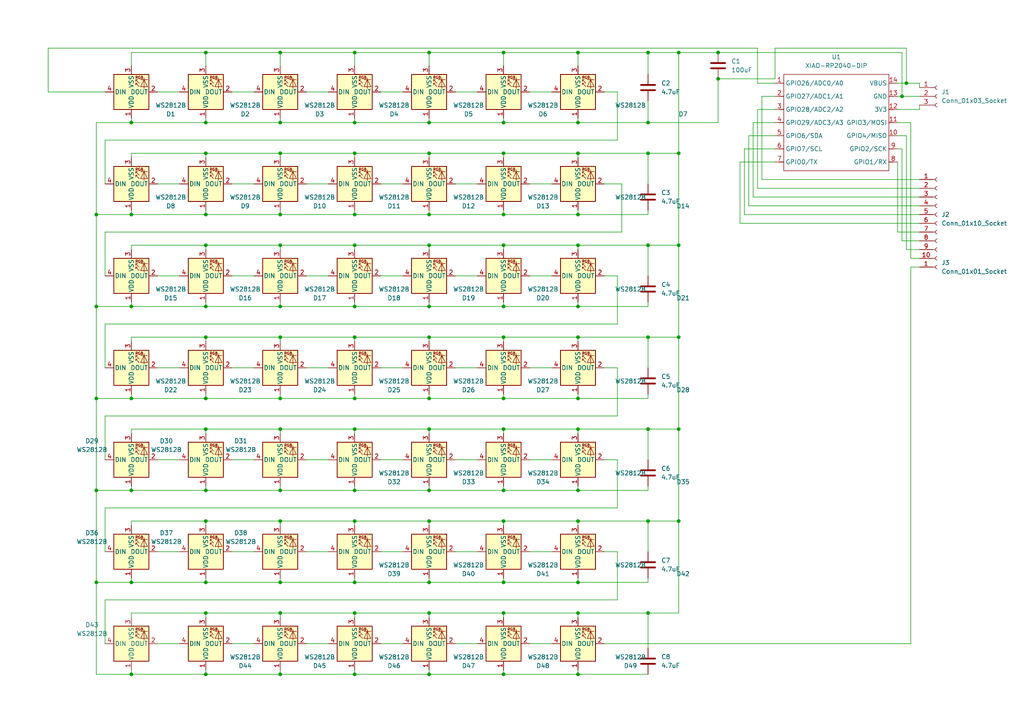
<source format=kicad_sch>
(kicad_sch (version 20250114) (generator "eeschema") (generator_version "9.0")
  (paper "A4")
  (lib_symbols
    (symbol "Connector:Conn_01x01_Socket" (pin_names (offset 1.016) (hide yes))
      (property "Reference" "J" (at 0 2.54 0))
      (property "Value" "Conn_01x01_Socket" (at 0 -2.54 0))
      (symbol "Conn_01x01_Socket_1_1"
        (pin passive line (at -5.08 0 0) (length 3.81) (name "Pin_1") (number "1"))
      )
    )
    (symbol "Connector:Conn_01x03_Socket" (pin_names (offset 1.016) (hide yes))
      (property "Reference" "J" (at 0 5.08 0))
      (property "Value" "Conn_01x03_Socket" (at 0 -5.08 0))
      (symbol "Conn_01x03_Socket_1_1"
        (pin passive line (at -5.08 2.54 0) (length 3.81) (name "Pin_1") (number "1"))
        (pin passive line (at -5.08 0 0) (length 3.81) (name "Pin_2") (number "2"))
        (pin passive line (at -5.08 -2.54 0) (length 3.81) (name "Pin_3") (number "3"))
      )
    )
    (symbol "Connector:Conn_01x10_Socket" (pin_names (offset 1.016) (hide yes))
      (property "Reference" "J" (at 0 12.7 0))
      (property "Value" "Conn_01x10_Socket" (at 0 -15.24 0))
      (symbol "Conn_01x10_Socket_1_1"
        (pin passive line (at -5.08 10.16 0) (length 3.81) (name "Pin_1") (number "1"))
        (pin passive line (at -5.08 7.62 0) (length 3.81) (name "Pin_2") (number "2"))
        (pin passive line (at -5.08 5.08 0) (length 3.81) (name "Pin_3") (number "3"))
        (pin passive line (at -5.08 2.54 0) (length 3.81) (name "Pin_4") (number "4"))
        (pin passive line (at -5.08 0 0) (length 3.81) (name "Pin_5") (number "5"))
        (pin passive line (at -5.08 -2.54 0) (length 3.81) (name "Pin_6") (number "6"))
        (pin passive line (at -5.08 -5.08 0) (length 3.81) (name "Pin_7") (number "7"))
        (pin passive line (at -5.08 -7.62 0) (length 3.81) (name "Pin_8") (number "8"))
        (pin passive line (at -5.08 -10.16 0) (length 3.81) (name "Pin_9") (number "9"))
        (pin passive line (at -5.08 -12.7 0) (length 3.81) (name "Pin_10") (number "10"))
      )
    )
    (symbol "Device:C" (pin_numbers (hide yes)) (pin_names (offset 0.254))
      (property "Reference" "C" (at 0.635 2.54 0))
      (property "Value" "C" (at 0.635 -2.54 0))
      (symbol "C_1_1"
        (pin passive line (at 0 3.81 270) (length 2.794) (name "~") (number "1"))
        (pin passive line (at 0 -3.81 90) (length 2.794) (name "~") (number "2"))
      )
    )
    (symbol "LED:WS2812B" (pin_names (offset 0.254))
      (property "Reference" "D" (at 5.08 5.715 0))
      (property "Value" "WS2812B" (at 1.27 -5.715 0))
      (symbol "WS2812B_0_0"
        (text "RGB" (at 2.286 -4.191 0) (effects (font (size 0.762 0.762))))
      )
      (symbol "WS2812B_1_1"
        (pin input line (at -7.62 0 0) (length 2.54) (name "DIN") (number "4"))
        (pin power_in line (at 0 7.62 270) (length 2.54) (name "VDD") (number "1"))
        (pin power_in line (at 0 -7.62 90) (length 2.54) (name "VSS") (number "3"))
        (pin output line (at 7.62 0 180) (length 2.54) (name "DOUT") (number "2"))
      )
    )
    (symbol "OPL:XIAO-RP2040-DIP"
      (property "Reference" "U" (at 0 0 0))
      (property "Value" "XIAO-RP2040-DIP" (at 5.334 -1.778 0))
      (symbol "XIAO-RP2040-DIP_1_0"
        (pin passive line (at -3.81 -5.08 0) (length 2.54) (name "GPIO26/ADC0/A0") (number "1"))
        (pin passive line (at -3.81 -8.89 0) (length 2.54) (name "GPIO27/ADC1/A1") (number "2"))
        (pin passive line (at -3.81 -12.7 0) (length 2.54) (name "GPIO28/ADC2/A2") (number "3"))
        (pin passive line (at -3.81 -16.51 0) (length 2.54) (name "GPIO29/ADC3/A3") (number "4"))
        (pin passive line (at -3.81 -20.32 0) (length 2.54) (name "GPIO6/SDA") (number "5"))
        (pin passive line (at -3.81 -24.13 0) (length 2.54) (name "GPIO7/SCL") (number "6"))
        (pin passive line (at -3.81 -27.94 0) (length 2.54) (name "GPIO0/TX") (number "7"))
        (pin passive line (at 31.75 -5.08 180) (length 2.54) (name "VBUS") (number "14"))
        (pin passive line (at 31.75 -8.89 180) (length 2.54) (name "GND") (number "13"))
        (pin passive line (at 31.75 -12.7 180) (length 2.54) (name "3V3") (number "12"))
        (pin passive line (at 31.75 -16.51 180) (length 2.54) (name "GPIO3/MOSI") (number "11"))
        (pin passive line (at 31.75 -20.32 180) (length 2.54) (name "GPIO4/MISO") (number "10"))
        (pin passive line (at 31.75 -24.13 180) (length 2.54) (name "GPIO2/SCK") (number "9"))
        (pin passive line (at 31.75 -27.94 180) (length 2.54) (name "GPIO1/RX") (number "8"))
      )
    )
  )
  (junction (at 81.28 62.23))
  (junction (at 38.1 62.23))
  (junction (at 59.69 124.46))
  (junction (at 81.28 97.79))
  (junction (at 102.87 168.91))
  (junction (at 146.05 71.12))
  (junction (at 124.46 151.13))
  (junction (at 167.64 44.45))
  (junction (at 102.87 15.24))
  (junction (at 59.69 151.13))
  (junction (at 167.64 71.12))
  (junction (at 81.28 44.45))
  (junction (at 59.69 177.8))
  (junction (at 124.46 15.24))
  (junction (at 167.64 88.9))
  (junction (at 59.69 142.24))
  (junction (at 81.28 168.91))
  (junction (at 102.87 71.12))
  (junction (at 59.69 97.79))
  (junction (at 38.1 35.56))
  (junction (at 38.1 142.24))
  (junction (at 187.96 35.56))
  (junction (at 124.46 195.58))
  (junction (at 208.28 15.24))
  (junction (at 59.69 44.45))
  (junction (at 187.96 71.12))
  (junction (at 102.87 177.8))
  (junction (at 196.85 71.12))
  (junction (at 167.64 97.79))
  (junction (at 27.94 62.23))
  (junction (at 59.69 15.24))
  (junction (at 81.28 15.24))
  (junction (at 81.28 195.58))
  (junction (at 167.64 142.24))
  (junction (at 167.64 177.8))
  (junction (at 208.28 22.86))
  (junction (at 124.46 62.23))
  (junction (at 146.05 124.46))
  (junction (at 59.69 115.57))
  (junction (at 167.64 195.58))
  (junction (at 146.05 177.8))
  (junction (at 124.46 71.12))
  (junction (at 81.28 35.56))
  (junction (at 102.87 142.24))
  (junction (at 146.05 142.24))
  (junction (at 167.64 35.56))
  (junction (at 167.64 124.46))
  (junction (at 124.46 168.91))
  (junction (at 102.87 195.58))
  (junction (at 81.28 88.9))
  (junction (at 187.96 124.46))
  (junction (at 59.69 88.9))
  (junction (at 59.69 195.58))
  (junction (at 81.28 142.24))
  (junction (at 81.28 124.46))
  (junction (at 146.05 115.57))
  (junction (at 146.05 97.79))
  (junction (at 59.69 35.56))
  (junction (at 102.87 124.46))
  (junction (at 102.87 97.79))
  (junction (at 81.28 177.8))
  (junction (at 38.1 88.9))
  (junction (at 146.05 151.13))
  (junction (at 81.28 115.57))
  (junction (at 124.46 115.57))
  (junction (at 146.05 44.45))
  (junction (at 187.96 15.24))
  (junction (at 167.64 62.23))
  (junction (at 124.46 124.46))
  (junction (at 124.46 88.9))
  (junction (at 146.05 168.91))
  (junction (at 59.69 62.23))
  (junction (at 27.94 168.91))
  (junction (at 167.64 15.24))
  (junction (at 102.87 44.45))
  (junction (at 81.28 71.12))
  (junction (at 102.87 88.9))
  (junction (at 146.05 62.23))
  (junction (at 27.94 88.9))
  (junction (at 146.05 15.24))
  (junction (at 102.87 115.57))
  (junction (at 167.64 151.13))
  (junction (at 102.87 35.56))
  (junction (at 167.64 115.57))
  (junction (at 102.87 151.13))
  (junction (at 102.87 62.23))
  (junction (at 196.85 124.46))
  (junction (at 38.1 168.91))
  (junction (at 124.46 142.24))
  (junction (at 196.85 151.13))
  (junction (at 124.46 97.79))
  (junction (at 59.69 168.91))
  (junction (at 187.96 97.79))
  (junction (at 27.94 142.24))
  (junction (at 196.85 15.24))
  (junction (at 59.69 71.12))
  (junction (at 146.05 35.56))
  (junction (at 262.89 24.13))
  (junction (at 81.28 151.13))
  (junction (at 38.1 195.58))
  (junction (at 196.85 44.45))
  (junction (at 187.96 151.13))
  (junction (at 38.1 115.57))
  (junction (at 27.94 115.57))
  (junction (at 187.96 177.8))
  (junction (at 124.46 177.8))
  (junction (at 196.85 97.79))
  (junction (at 187.96 44.45))
  (junction (at 146.05 195.58))
  (junction (at 261.62 27.94))
  (junction (at 124.46 35.56))
  (junction (at 167.64 168.91))
  (junction (at 146.05 88.9))
  (junction (at 124.46 44.45))
  (wire (pts (xy 124.46 88.9) (xy 102.87 88.9)))
  (wire (pts (xy 81.28 179.07) (xy 81.28 177.8)))
  (wire (pts (xy 124.46 45.72) (xy 124.46 44.45)))
  (wire (pts (xy 59.69 71.12) (xy 81.28 71.12)))
  (wire (pts (xy 146.05 177.8) (xy 146.05 179.07)))
  (wire (pts (xy 179.07 93.98) (xy 30.48 93.98)))
  (wire (pts (xy 81.28 140.97) (xy 81.28 142.24)))
  (wire (pts (xy 124.46 177.8) (xy 146.05 177.8)))
  (wire (pts (xy 13.97 13.97) (xy 13.97 26.67)))
  (wire (pts (xy 59.69 179.07) (xy 59.69 177.8)))
  (wire (pts (xy 196.85 44.45) (xy 196.85 15.24)))
  (wire (pts (xy 262.89 72.39) (xy 266.7 72.39)))
  (wire (pts (xy 196.85 97.79) (xy 196.85 71.12)))
  (wire (pts (xy 59.69 15.24) (xy 38.1 15.24)))
  (wire (pts (xy 264.16 186.69) (xy 264.16 77.47)))
  (wire (pts (xy 167.64 151.13) (xy 187.96 151.13)))
  (wire (pts (xy 167.64 124.46) (xy 187.96 124.46)))
  (wire (pts (xy 38.1 45.72) (xy 38.1 44.45)))
  (wire (pts (xy 146.05 34.29) (xy 146.05 35.56)))
  (wire (pts (xy 59.69 194.31) (xy 59.69 195.58)))
  (wire (pts (xy 30.48 173.99) (xy 30.48 186.69)))
  (wire (pts (xy 45.72 80.01) (xy 52.07 80.01)))
  (wire (pts (xy 179.07 26.67) (xy 175.26 26.67)))
  (wire (pts (xy 215.9 62.23) (xy 266.7 62.23)))
  (wire (pts (xy 167.64 195.58) (xy 187.96 195.58)))
  (wire (pts (xy 124.46 44.45) (xy 146.05 44.45)))
  (wire (pts (xy 38.1 115.57) (xy 27.94 115.57)))
  (wire (pts (xy 262.89 24.13) (xy 266.7 24.13)))
  (wire (pts (xy 38.1 99.06) (xy 38.1 97.79)))
  (wire (pts (xy 102.87 140.97) (xy 102.87 142.24)))
  (wire (pts (xy 124.46 15.24) (xy 102.87 15.24)))
  (wire (pts (xy 38.1 142.24) (xy 27.94 142.24)))
  (wire (pts (xy 124.46 194.31) (xy 124.46 195.58)))
  (wire (pts (xy 102.87 195.58) (xy 81.28 195.58)))
  (wire (pts (xy 102.87 45.72) (xy 102.87 44.45)))
  (wire (pts (xy 260.35 35.56) (xy 264.16 35.56)))
  (wire (pts (xy 81.28 152.4) (xy 81.28 151.13)))
  (wire (pts (xy 124.46 151.13) (xy 146.05 151.13)))
  (wire (pts (xy 102.87 152.4) (xy 102.87 151.13)))
  (wire (pts (xy 187.96 44.45) (xy 187.96 53.34)))
  (wire (pts (xy 167.64 44.45) (xy 187.96 44.45)))
  (wire (pts (xy 146.05 115.57) (xy 124.46 115.57)))
  (wire (pts (xy 38.1 62.23) (xy 59.69 62.23)))
  (wire (pts (xy 260.35 31.75) (xy 266.7 31.75)))
  (wire (pts (xy 179.07 80.01) (xy 175.26 80.01)))
  (wire (pts (xy 260.35 27.94) (xy 261.62 27.94)))
  (wire (pts (xy 67.31 26.67) (xy 73.66 26.67)))
  (wire (pts (xy 102.87 124.46) (xy 124.46 124.46)))
  (wire (pts (xy 146.05 60.96) (xy 146.05 62.23)))
  (wire (pts (xy 102.87 97.79) (xy 124.46 97.79)))
  (wire (pts (xy 167.64 87.63) (xy 167.64 88.9)))
  (wire (pts (xy 67.31 80.01) (xy 73.66 80.01)))
  (wire (pts (xy 146.05 71.12) (xy 167.64 71.12)))
  (wire (pts (xy 208.28 15.24) (xy 196.85 15.24)))
  (wire (pts (xy 102.87 15.24) (xy 102.87 19.05)))
  (wire (pts (xy 208.28 22.86) (xy 224.79 22.86)))
  (wire (pts (xy 30.48 93.98) (xy 30.48 106.68)))
  (wire (pts (xy 81.28 151.13) (xy 102.87 151.13)))
  (wire (pts (xy 45.72 53.34) (xy 52.07 53.34)))
  (wire (pts (xy 59.69 44.45) (xy 81.28 44.45)))
  (wire (pts (xy 67.31 160.02) (xy 73.66 160.02)))
  (wire (pts (xy 102.87 88.9) (xy 81.28 88.9)))
  (wire (pts (xy 102.87 99.06) (xy 102.87 97.79)))
  (wire (pts (xy 261.62 69.85) (xy 266.7 69.85)))
  (wire (pts (xy 124.46 99.06) (xy 124.46 97.79)))
  (wire (pts (xy 102.87 179.07) (xy 102.87 177.8)))
  (wire (pts (xy 102.87 62.23) (xy 124.46 62.23)))
  (wire (pts (xy 260.35 46.99) (xy 260.35 67.31)))
  (wire (pts (xy 124.46 167.64) (xy 124.46 168.91)))
  (wire (pts (xy 13.97 26.67) (xy 30.48 26.67)))
  (wire (pts (xy 59.69 62.23) (xy 81.28 62.23)))
  (wire (pts (xy 153.67 160.02) (xy 160.02 160.02)))
  (wire (pts (xy 187.96 29.21) (xy 187.96 35.56)))
  (wire (pts (xy 38.1 62.23) (xy 27.94 62.23)))
  (wire (pts (xy 38.1 179.07) (xy 38.1 177.8)))
  (wire (pts (xy 81.28 99.06) (xy 81.28 97.79)))
  (wire (pts (xy 179.07 80.01) (xy 179.07 93.98)))
  (wire (pts (xy 67.31 106.68) (xy 73.66 106.68)))
  (wire (pts (xy 81.28 194.31) (xy 81.28 195.58)))
  (wire (pts (xy 260.35 24.13) (xy 262.89 24.13)))
  (wire (pts (xy 38.1 15.24) (xy 38.1 19.05)))
  (wire (pts (xy 167.64 35.56) (xy 187.96 35.56)))
  (wire (pts (xy 124.46 168.91) (xy 102.87 168.91)))
  (wire (pts (xy 132.08 160.02) (xy 138.43 160.02)))
  (wire (pts (xy 266.7 24.13) (xy 266.7 25.4)))
  (wire (pts (xy 224.79 39.37) (xy 217.17 39.37)))
  (wire (pts (xy 262.89 13.97) (xy 262.89 24.13)))
  (wire (pts (xy 38.1 115.57) (xy 38.1 114.3)))
  (wire (pts (xy 224.79 35.56) (xy 218.44 35.56)))
  (wire (pts (xy 196.85 124.46) (xy 196.85 97.79)))
  (wire (pts (xy 38.1 124.46) (xy 59.69 124.46)))
  (wire (pts (xy 260.35 67.31) (xy 266.7 67.31)))
  (wire (pts (xy 261.62 43.18) (xy 261.62 69.85)))
  (wire (pts (xy 102.87 151.13) (xy 124.46 151.13)))
  (wire (pts (xy 132.08 186.69) (xy 138.43 186.69)))
  (wire (pts (xy 153.67 133.35) (xy 160.02 133.35)))
  (wire (pts (xy 187.96 167.64) (xy 187.96 168.91)))
  (wire (pts (xy 175.26 160.02) (xy 179.07 160.02)))
  (wire (pts (xy 27.94 35.56) (xy 38.1 35.56)))
  (wire (pts (xy 146.05 124.46) (xy 167.64 124.46)))
  (wire (pts (xy 146.05 151.13) (xy 167.64 151.13)))
  (wire (pts (xy 217.17 59.69) (xy 266.7 59.69)))
  (wire (pts (xy 153.67 26.67) (xy 160.02 26.67)))
  (wire (pts (xy 124.46 71.12) (xy 146.05 71.12)))
  (wire (pts (xy 27.94 35.56) (xy 27.94 62.23)))
  (wire (pts (xy 102.87 15.24) (xy 81.28 15.24)))
  (wire (pts (xy 38.1 71.12) (xy 59.69 71.12)))
  (wire (pts (xy 219.71 13.97) (xy 13.97 13.97)))
  (wire (pts (xy 102.87 72.39) (xy 102.87 71.12)))
  (wire (pts (xy 146.05 167.64) (xy 146.05 168.91)))
  (wire (pts (xy 124.46 97.79) (xy 146.05 97.79)))
  (wire (pts (xy 167.64 15.24) (xy 187.96 15.24)))
  (wire (pts (xy 224.79 46.99) (xy 214.63 46.99)))
  (wire (pts (xy 167.64 97.79) (xy 187.96 97.79)))
  (wire (pts (xy 38.1 44.45) (xy 59.69 44.45)))
  (wire (pts (xy 102.87 125.73) (xy 102.87 124.46)))
  (wire (pts (xy 224.79 31.75) (xy 219.71 31.75)))
  (wire (pts (xy 59.69 35.56) (xy 81.28 35.56)))
  (wire (pts (xy 167.64 115.57) (xy 146.05 115.57)))
  (wire (pts (xy 179.07 106.68) (xy 175.26 106.68)))
  (wire (pts (xy 38.1 142.24) (xy 59.69 142.24)))
  (wire (pts (xy 132.08 53.34) (xy 138.43 53.34)))
  (wire (pts (xy 27.94 88.9) (xy 27.94 115.57)))
  (wire (pts (xy 88.9 80.01) (xy 95.25 80.01)))
  (wire (pts (xy 187.96 115.57) (xy 167.64 115.57)))
  (wire (pts (xy 224.79 22.86) (xy 224.79 13.97)))
  (wire (pts (xy 187.96 62.23) (xy 167.64 62.23)))
  (wire (pts (xy 81.28 72.39) (xy 81.28 71.12)))
  (wire (pts (xy 146.05 151.13) (xy 146.05 152.4)))
  (wire (pts (xy 167.64 168.91) (xy 146.05 168.91)))
  (wire (pts (xy 187.96 87.63) (xy 187.96 88.9)))
  (wire (pts (xy 81.28 97.79) (xy 102.87 97.79)))
  (wire (pts (xy 38.1 72.39) (xy 38.1 71.12)))
  (wire (pts (xy 132.08 26.67) (xy 138.43 26.67)))
  (wire (pts (xy 261.62 27.94) (xy 266.7 27.94)))
  (wire (pts (xy 187.96 44.45) (xy 196.85 44.45)))
  (wire (pts (xy 187.96 177.8) (xy 187.96 187.96)))
  (wire (pts (xy 102.87 34.29) (xy 102.87 35.56)))
  (wire (pts (xy 187.96 15.24) (xy 196.85 15.24)))
  (wire (pts (xy 124.46 60.96) (xy 124.46 62.23)))
  (wire (pts (xy 187.96 124.46) (xy 187.96 133.35)))
  (wire (pts (xy 146.05 125.73) (xy 146.05 124.46)))
  (wire (pts (xy 45.72 133.35) (xy 52.07 133.35)))
  (wire (pts (xy 81.28 34.29) (xy 81.28 35.56)))
  (wire (pts (xy 262.89 39.37) (xy 262.89 72.39)))
  (wire (pts (xy 260.35 43.18) (xy 261.62 43.18)))
  (wire (pts (xy 38.1 34.29) (xy 38.1 35.56)))
  (wire (pts (xy 124.46 179.07) (xy 124.46 177.8)))
  (wire (pts (xy 110.49 80.01) (xy 116.84 80.01)))
  (wire (pts (xy 179.07 26.67) (xy 179.07 40.64)))
  (wire (pts (xy 132.08 133.35) (xy 138.43 133.35)))
  (wire (pts (xy 38.1 62.23) (xy 38.1 60.96)))
  (wire (pts (xy 124.46 35.56) (xy 146.05 35.56)))
  (wire (pts (xy 146.05 97.79) (xy 167.64 97.79)))
  (wire (pts (xy 102.87 168.91) (xy 81.28 168.91)))
  (wire (pts (xy 59.69 124.46) (xy 81.28 124.46)))
  (wire (pts (xy 124.46 115.57) (xy 102.87 115.57)))
  (wire (pts (xy 102.87 167.64) (xy 102.87 168.91)))
  (wire (pts (xy 220.98 27.94) (xy 220.98 52.07)))
  (wire (pts (xy 38.1 195.58) (xy 38.1 194.31)))
  (wire (pts (xy 38.1 97.79) (xy 59.69 97.79)))
  (wire (pts (xy 224.79 27.94) (xy 220.98 27.94)))
  (wire (pts (xy 81.28 125.73) (xy 81.28 124.46)))
  (wire (pts (xy 146.05 72.39) (xy 146.05 71.12)))
  (wire (pts (xy 146.05 87.63) (xy 146.05 88.9)))
  (wire (pts (xy 124.46 114.3) (xy 124.46 115.57)))
  (wire (pts (xy 38.1 195.58) (xy 27.94 195.58)))
  (wire (pts (xy 179.07 160.02) (xy 179.07 173.99)))
  (wire (pts (xy 30.48 147.32) (xy 30.48 160.02)))
  (wire (pts (xy 187.96 15.24) (xy 187.96 21.59)))
  (wire (pts (xy 27.94 62.23) (xy 27.94 88.9)))
  (wire (pts (xy 67.31 133.35) (xy 73.66 133.35)))
  (wire (pts (xy 81.28 71.12) (xy 102.87 71.12)))
  (wire (pts (xy 180.34 53.34) (xy 175.26 53.34)))
  (wire (pts (xy 167.64 72.39) (xy 167.64 71.12)))
  (wire (pts (xy 59.69 151.13) (xy 81.28 151.13)))
  (wire (pts (xy 30.48 67.31) (xy 180.34 67.31)))
  (wire (pts (xy 124.46 152.4) (xy 124.46 151.13)))
  (wire (pts (xy 208.28 15.24) (xy 261.62 15.24)))
  (wire (pts (xy 146.05 168.91) (xy 124.46 168.91)))
  (wire (pts (xy 124.46 195.58) (xy 102.87 195.58)))
  (wire (pts (xy 102.87 142.24) (xy 81.28 142.24)))
  (wire (pts (xy 59.69 60.96) (xy 59.69 62.23)))
  (wire (pts (xy 59.69 45.72) (xy 59.69 44.45)))
  (wire (pts (xy 38.1 125.73) (xy 38.1 124.46)))
  (wire (pts (xy 81.28 35.56) (xy 102.87 35.56)))
  (wire (pts (xy 59.69 195.58) (xy 38.1 195.58)))
  (wire (pts (xy 59.69 177.8) (xy 81.28 177.8)))
  (wire (pts (xy 167.64 167.64) (xy 167.64 168.91)))
  (wire (pts (xy 38.1 152.4) (xy 38.1 151.13)))
  (wire (pts (xy 81.28 168.91) (xy 59.69 168.91)))
  (wire (pts (xy 110.49 26.67) (xy 116.84 26.67)))
  (wire (pts (xy 196.85 71.12) (xy 196.85 44.45)))
  (wire (pts (xy 167.64 45.72) (xy 167.64 44.45)))
  (wire (pts (xy 146.05 114.3) (xy 146.05 115.57)))
  (wire (pts (xy 124.46 72.39) (xy 124.46 71.12)))
  (wire (pts (xy 217.17 39.37) (xy 217.17 59.69)))
  (wire (pts (xy 110.49 186.69) (xy 116.84 186.69)))
  (wire (pts (xy 167.64 114.3) (xy 167.64 115.57)))
  (wire (pts (xy 187.96 124.46) (xy 196.85 124.46)))
  (wire (pts (xy 59.69 167.64) (xy 59.69 168.91)))
  (wire (pts (xy 146.05 15.24) (xy 124.46 15.24)))
  (wire (pts (xy 59.69 125.73) (xy 59.69 124.46)))
  (wire (pts (xy 220.98 52.07) (xy 266.7 52.07)))
  (wire (pts (xy 27.94 168.91) (xy 27.94 142.24)))
  (wire (pts (xy 38.1 88.9) (xy 38.1 87.63)))
  (wire (pts (xy 30.48 120.65) (xy 30.48 133.35)))
  (wire (pts (xy 81.28 88.9) (xy 59.69 88.9)))
  (wire (pts (xy 196.85 151.13) (xy 196.85 177.8)))
  (wire (pts (xy 215.9 43.18) (xy 215.9 62.23)))
  (wire (pts (xy 67.31 53.34) (xy 73.66 53.34)))
  (wire (pts (xy 81.28 44.45) (xy 102.87 44.45)))
  (wire (pts (xy 81.28 114.3) (xy 81.28 115.57)))
  (wire (pts (xy 124.46 87.63) (xy 124.46 88.9)))
  (wire (pts (xy 102.87 87.63) (xy 102.87 88.9)))
  (wire (pts (xy 219.71 54.61) (xy 266.7 54.61)))
  (wire (pts (xy 187.96 151.13) (xy 196.85 151.13)))
  (wire (pts (xy 110.49 133.35) (xy 116.84 133.35)))
  (wire (pts (xy 38.1 35.56) (xy 59.69 35.56)))
  (wire (pts (xy 59.69 19.05) (xy 59.69 15.24)))
  (wire (pts (xy 224.79 13.97) (xy 262.89 13.97)))
  (wire (pts (xy 146.05 62.23) (xy 124.46 62.23)))
  (wire (pts (xy 59.69 115.57) (xy 81.28 115.57)))
  (wire (pts (xy 167.64 179.07) (xy 167.64 177.8)))
  (wire (pts (xy 38.1 168.91) (xy 38.1 167.64)))
  (wire (pts (xy 153.67 186.69) (xy 160.02 186.69)))
  (wire (pts (xy 110.49 53.34) (xy 116.84 53.34)))
  (wire (pts (xy 167.64 35.56) (xy 167.64 34.29)))
  (wire (pts (xy 45.72 106.68) (xy 52.07 106.68)))
  (wire (pts (xy 146.05 99.06) (xy 146.05 97.79)))
  (wire (pts (xy 187.96 140.97) (xy 187.96 142.24)))
  (wire (pts (xy 167.64 140.97) (xy 167.64 142.24)))
  (wire (pts (xy 153.67 80.01) (xy 160.02 80.01)))
  (wire (pts (xy 102.87 194.31) (xy 102.87 195.58)))
  (wire (pts (xy 167.64 60.96) (xy 167.64 62.23)))
  (wire (pts (xy 146.05 45.72) (xy 146.05 44.45)))
  (wire (pts (xy 187.96 177.8) (xy 196.85 177.8)))
  (wire (pts (xy 30.48 40.64) (xy 30.48 53.34)))
  (wire (pts (xy 102.87 114.3) (xy 102.87 115.57)))
  (wire (pts (xy 187.96 151.13) (xy 187.96 160.02)))
  (wire (pts (xy 146.05 142.24) (xy 124.46 142.24)))
  (wire (pts (xy 38.1 142.24) (xy 38.1 140.97)))
  (wire (pts (xy 179.07 133.35) (xy 179.07 147.32)))
  (wire (pts (xy 59.69 88.9) (xy 38.1 88.9)))
  (wire (pts (xy 167.64 88.9) (xy 187.96 88.9)))
  (wire (pts (xy 30.48 40.64) (xy 179.07 40.64)))
  (wire (pts (xy 81.28 195.58) (xy 59.69 195.58)))
  (wire (pts (xy 175.26 186.69) (xy 264.16 186.69)))
  (wire (pts (xy 179.07 147.32) (xy 30.48 147.32)))
  (wire (pts (xy 81.28 167.64) (xy 81.28 168.91)))
  (wire (pts (xy 59.69 34.29) (xy 59.69 35.56)))
  (wire (pts (xy 102.87 71.12) (xy 124.46 71.12)))
  (wire (pts (xy 187.96 142.24) (xy 167.64 142.24)))
  (wire (pts (xy 124.46 124.46) (xy 146.05 124.46)))
  (wire (pts (xy 167.64 99.06) (xy 167.64 97.79)))
  (wire (pts (xy 153.67 106.68) (xy 160.02 106.68)))
  (wire (pts (xy 102.87 62.23) (xy 102.87 60.96)))
  (wire (pts (xy 81.28 62.23) (xy 102.87 62.23)))
  (wire (pts (xy 146.05 177.8) (xy 167.64 177.8)))
  (wire (pts (xy 59.69 142.24) (xy 81.28 142.24)))
  (wire (pts (xy 38.1 115.57) (xy 59.69 115.57)))
  (wire (pts (xy 81.28 45.72) (xy 81.28 44.45)))
  (wire (pts (xy 102.87 177.8) (xy 124.46 177.8)))
  (wire (pts (xy 88.9 106.68) (xy 95.25 106.68)))
  (wire (pts (xy 132.08 106.68) (xy 138.43 106.68)))
  (wire (pts (xy 81.28 19.05) (xy 81.28 15.24)))
  (wire (pts (xy 266.7 31.75) (xy 266.7 30.48)))
  (wire (pts (xy 124.46 125.73) (xy 124.46 124.46)))
  (wire (pts (xy 187.96 71.12) (xy 196.85 71.12)))
  (wire (pts (xy 187.96 114.3) (xy 187.96 115.57)))
  (wire (pts (xy 146.05 88.9) (xy 124.46 88.9)))
  (wire (pts (xy 81.28 87.63) (xy 81.28 88.9)))
  (wire (pts (xy 110.49 106.68) (xy 116.84 106.68)))
  (wire (pts (xy 180.34 53.34) (xy 180.34 67.31)))
  (wire (pts (xy 264.16 74.93) (xy 266.7 74.93)))
  (wire (pts (xy 167.64 71.12) (xy 187.96 71.12)))
  (wire (pts (xy 45.72 26.67) (xy 52.07 26.67)))
  (wire (pts (xy 124.46 142.24) (xy 102.87 142.24)))
  (wire (pts (xy 187.96 71.12) (xy 187.96 80.01)))
  (wire (pts (xy 102.87 115.57) (xy 81.28 115.57)))
  (wire (pts (xy 102.87 35.56) (xy 124.46 35.56)))
  (wire (pts (xy 27.94 168.91) (xy 27.94 195.58)))
  (wire (pts (xy 124.46 140.97) (xy 124.46 142.24)))
  (wire (pts (xy 167.64 125.73) (xy 167.64 124.46)))
  (wire (pts (xy 167.64 195.58) (xy 146.05 195.58)))
  (wire (pts (xy 179.07 120.65) (xy 30.48 120.65)))
  (wire (pts (xy 214.63 46.99) (xy 214.63 64.77)))
  (wire (pts (xy 187.96 97.79) (xy 187.96 106.68)))
  (wire (pts (xy 224.79 43.18) (xy 215.9 43.18)))
  (wire (pts (xy 196.85 151.13) (xy 196.85 124.46)))
  (wire (pts (xy 260.35 39.37) (xy 262.89 39.37)))
  (wire (pts (xy 179.07 106.68) (xy 179.07 120.65)))
  (wire (pts (xy 102.87 44.45) (xy 124.46 44.45)))
  (wire (pts (xy 167.64 177.8) (xy 187.96 177.8)))
  (wire (pts (xy 146.05 140.97) (xy 146.05 142.24)))
  (wire (pts (xy 208.28 22.86) (xy 208.28 35.56)))
  (wire (pts (xy 124.46 34.29) (xy 124.46 35.56)))
  (wire (pts (xy 132.08 80.01) (xy 138.43 80.01)))
  (wire (pts (xy 187.96 35.56) (xy 208.28 35.56)))
  (wire (pts (xy 59.69 140.97) (xy 59.69 142.24)))
  (wire (pts (xy 59.69 168.91) (xy 38.1 168.91)))
  (wire (pts (xy 187.96 168.91) (xy 167.64 168.91)))
  (wire (pts (xy 167.64 62.23) (xy 146.05 62.23)))
  (wire (pts (xy 88.9 186.69) (xy 95.25 186.69)))
  (wire (pts (xy 187.96 97.79) (xy 196.85 97.79)))
  (wire (pts (xy 218.44 57.15) (xy 266.7 57.15)))
  (wire (pts (xy 81.28 177.8) (xy 102.87 177.8)))
  (wire (pts (xy 224.79 24.13) (xy 219.71 24.13)))
  (wire (pts (xy 81.28 15.24) (xy 59.69 15.24)))
  (wire (pts (xy 88.9 160.02) (xy 95.25 160.02)))
  (wire (pts (xy 146.05 194.31) (xy 146.05 195.58)))
  (wire (pts (xy 179.07 133.35) (xy 175.26 133.35)))
  (wire (pts (xy 88.9 53.34) (xy 95.25 53.34)))
  (wire (pts (xy 264.16 35.56) (xy 264.16 74.93)))
  (wire (pts (xy 38.1 88.9) (xy 27.94 88.9)))
  (wire (pts (xy 59.69 152.4) (xy 59.69 151.13)))
  (wire (pts (xy 59.69 72.39) (xy 59.69 71.12)))
  (wire (pts (xy 146.05 195.58) (xy 124.46 195.58)))
  (wire (pts (xy 167.64 15.24) (xy 167.64 19.05)))
  (wire (pts (xy 261.62 15.24) (xy 261.62 27.94)))
  (wire (pts (xy 264.16 77.47) (xy 266.7 77.47)))
  (wire (pts (xy 88.9 133.35) (xy 95.25 133.35)))
  (wire (pts (xy 88.9 26.67) (xy 95.25 26.67)))
  (wire (pts (xy 81.28 124.46) (xy 102.87 124.46)))
  (wire (pts (xy 167.64 15.24) (xy 146.05 15.24)))
  (wire (pts (xy 45.72 186.69) (xy 52.07 186.69)))
  (wire (pts (xy 38.1 168.91) (xy 27.94 168.91)))
  (wire (pts (xy 187.96 60.96) (xy 187.96 62.23)))
  (wire (pts (xy 146.05 88.9) (xy 167.64 88.9)))
  (wire (pts (xy 153.67 53.34) (xy 160.02 53.34)))
  (wire (pts (xy 146.05 44.45) (xy 167.64 44.45)))
  (wire (pts (xy 110.49 160.02) (xy 116.84 160.02)))
  (wire (pts (xy 27.94 142.24) (xy 27.94 115.57)))
  (wire (pts (xy 59.69 87.63) (xy 59.69 88.9)))
  (wire (pts (xy 81.28 60.96) (xy 81.28 62.23)))
  (wire (pts (xy 214.63 64.77) (xy 266.7 64.77)))
  (wire (pts (xy 38.1 177.8) (xy 59.69 177.8)))
  (wire (pts (xy 45.72 160.02) (xy 52.07 160.02)))
  (wire (pts (xy 167.64 152.4) (xy 167.64 151.13)))
  (wire (pts (xy 179.07 173.99) (xy 30.48 173.99)))
  (wire (pts (xy 219.71 31.75) (xy 219.71 54.61)))
  (wire (pts (xy 124.46 15.24) (xy 124.46 19.05)))
  (wire (pts (xy 219.71 24.13) (xy 219.71 13.97)))
  (wire (pts (xy 38.1 151.13) (xy 59.69 151.13)))
  (wire (pts (xy 59.69 99.06) (xy 59.69 97.79)))
  (wire (pts (xy 67.31 186.69) (xy 73.66 186.69)))
  (wire (pts (xy 218.44 35.56) (xy 218.44 57.15)))
  (wire (pts (xy 167.64 142.24) (xy 146.05 142.24)))
  (wire (pts (xy 146.05 35.56) (xy 167.64 35.56)))
  (wire (pts (xy 146.05 15.24) (xy 146.05 19.05)))
  (wire (pts (xy 167.64 194.31) (xy 167.64 195.58)))
  (wire (pts (xy 59.69 114.3) (xy 59.69 115.57)))
  (wire (pts (xy 30.48 67.31) (xy 30.48 80.01)))
  (wire (pts (xy 59.69 97.79) (xy 81.28 97.79)))
  (symbol (lib_id "LED:WS2812B") (at 167.64 26.67 0) (mirror x) (unit 1)
    (property "Reference" "D7" (at 198.12 33.0902 0))
    (property "Value" "WS2812B" (at 182.88 30.5502 0))
    (property "Footprint" "LED_SMD:LED_WS2812B_PLCC4_5.0x5.0mm_P3.2mm" (effects (hide yes)))
    (property "Datasheet" "https://cdn-shop.adafruit.com/datasheets/WS2812B.pdf" (effects (hide yes)))
    (property "Description" "RGB LED with integrated controller" (effects (hide yes)))
  )
  (symbol (lib_id "LED:WS2812B") (at 81.28 186.69 0) (mirror x) (unit 1)
    (property "Reference" "D45" (at 92.71 193.1102 0))
    (property "Value" "WS2812B" (at 92.71 190.5702 0))
    (property "Footprint" "LED_SMD:LED_WS2812B_PLCC4_5.0x5.0mm_P3.2mm" (effects (hide yes)))
    (property "Datasheet" "https://cdn-shop.adafruit.com/datasheets/WS2812B.pdf" (effects (hide yes)))
    (property "Description" "RGB LED with integrated controller" (effects (hide yes)))
  )
  (symbol (lib_id "LED:WS2812B") (at 81.28 106.68 0) (mirror x) (unit 1)
    (property "Reference" "D24" (at 92.71 113.1002 0))
    (property "Value" "WS2812B" (at 92.71 110.5602 0))
    (property "Footprint" "LED_SMD:LED_WS2812B_PLCC4_5.0x5.0mm_P3.2mm" (effects (hide yes)))
    (property "Datasheet" "https://cdn-shop.adafruit.com/datasheets/WS2812B.pdf" (effects (hide yes)))
    (property "Description" "RGB LED with integrated controller" (effects (hide yes)))
  )
  (symbol (lib_id "LED:WS2812B") (at 59.69 53.34 0) (mirror x) (unit 1)
    (property "Reference" "D9" (at 71.12 59.7602 0))
    (property "Value" "WS2812B" (at 71.12 57.2202 0))
    (property "Footprint" "LED_SMD:LED_WS2812B_PLCC4_5.0x5.0mm_P3.2mm" (effects (hide yes)))
    (property "Datasheet" "https://cdn-shop.adafruit.com/datasheets/WS2812B.pdf" (effects (hide yes)))
    (property "Description" "RGB LED with integrated controller" (effects (hide yes)))
  )
  (symbol (lib_id "LED:WS2812B") (at 124.46 80.01 0) (mirror x) (unit 1)
    (property "Reference" "D19" (at 135.89 86.4302 0))
    (property "Value" "WS2812B" (at 135.89 83.8902 0))
    (property "Footprint" "LED_SMD:LED_WS2812B_PLCC4_5.0x5.0mm_P3.2mm" (effects (hide yes)))
    (property "Datasheet" "https://cdn-shop.adafruit.com/datasheets/WS2812B.pdf" (effects (hide yes)))
    (property "Description" "RGB LED with integrated controller" (effects (hide yes)))
  )
  (symbol (lib_id "LED:WS2812B") (at 124.46 133.35 0) (mirror x) (unit 1)
    (property "Reference" "D33" (at 135.89 139.7702 0))
    (property "Value" "WS2812B" (at 135.89 137.2302 0))
    (property "Footprint" "LED_SMD:LED_WS2812B_PLCC4_5.0x5.0mm_P3.2mm" (effects (hide yes)))
    (property "Datasheet" "https://cdn-shop.adafruit.com/datasheets/WS2812B.pdf" (effects (hide yes)))
    (property "Description" "RGB LED with integrated controller" (effects (hide yes)))
  )
  (symbol (lib_id "LED:WS2812B") (at 102.87 133.35 0) (mirror x) (unit 1)
    (property "Reference" "D32" (at 114.3 139.7702 0))
    (property "Value" "WS2812B" (at 114.3 137.2302 0))
    (property "Footprint" "LED_SMD:LED_WS2812B_PLCC4_5.0x5.0mm_P3.2mm" (effects (hide yes)))
    (property "Datasheet" "https://cdn-shop.adafruit.com/datasheets/WS2812B.pdf" (effects (hide yes)))
    (property "Description" "RGB LED with integrated controller" (effects (hide yes)))
  )
  (symbol (lib_id "LED:WS2812B") (at 124.46 53.34 0) (mirror x) (unit 1)
    (property "Reference" "D12" (at 135.89 59.7602 0))
    (property "Value" "WS2812B" (at 135.89 57.2202 0))
    (property "Footprint" "LED_SMD:LED_WS2812B_PLCC4_5.0x5.0mm_P3.2mm" (effects (hide yes)))
    (property "Datasheet" "https://cdn-shop.adafruit.com/datasheets/WS2812B.pdf" (effects (hide yes)))
    (property "Description" "RGB LED with integrated controller" (effects (hide yes)))
  )
  (symbol (lib_id "LED:WS2812B") (at 38.1 133.35 0) (mirror x) (unit 1)
    (property "Reference" "D29" (at 26.67 127.9046 0))
    (property "Value" "WS2812B" (at 26.67 130.4446 0))
    (property "Footprint" "LED_SMD:LED_WS2812B_PLCC4_5.0x5.0mm_P3.2mm" (effects (hide yes)))
    (property "Datasheet" "https://cdn-shop.adafruit.com/datasheets/WS2812B.pdf" (effects (hide yes)))
    (property "Description" "RGB LED with integrated controller" (effects (hide yes)))
  )
  (symbol (lib_id "LED:WS2812B") (at 81.28 26.67 0) (mirror x) (unit 1)
    (property "Reference" "D3" (at 92.71 33.0902 0))
    (property "Value" "WS2812B" (at 92.71 30.5502 0))
    (property "Footprint" "LED_SMD:LED_WS2812B_PLCC4_5.0x5.0mm_P3.2mm" (effects (hide yes)))
    (property "Datasheet" "https://cdn-shop.adafruit.com/datasheets/WS2812B.pdf" (effects (hide yes)))
    (property "Description" "RGB LED with integrated controller" (effects (hide yes)))
  )
  (symbol (lib_id "LED:WS2812B") (at 167.64 106.68 0) (mirror x) (unit 1)
    (property "Reference" "D28" (at 198.12 113.1002 0))
    (property "Value" "WS2812B" (at 182.88 110.5602 0))
    (property "Footprint" "LED_SMD:LED_WS2812B_PLCC4_5.0x5.0mm_P3.2mm" (effects (hide yes)))
    (property "Datasheet" "https://cdn-shop.adafruit.com/datasheets/WS2812B.pdf" (effects (hide yes)))
    (property "Description" "RGB LED with integrated controller" (effects (hide yes)))
  )
  (symbol (lib_id "LED:WS2812B") (at 38.1 160.02 0) (mirror x) (unit 1)
    (property "Reference" "D36" (at 26.67 154.5746 0))
    (property "Value" "WS2812B" (at 26.67 157.1146 0))
    (property "Footprint" "LED_SMD:LED_WS2812B_PLCC4_5.0x5.0mm_P3.2mm" (effects (hide yes)))
    (property "Datasheet" "https://cdn-shop.adafruit.com/datasheets/WS2812B.pdf" (effects (hide yes)))
    (property "Description" "RGB LED with integrated controller" (effects (hide yes)))
  )
  (symbol (lib_id "LED:WS2812B") (at 167.64 186.69 0) (mirror x) (unit 1)
    (property "Reference" "D49" (at 182.88 193.1102 0))
    (property "Value" "WS2812B" (at 182.88 190.5702 0))
    (property "Footprint" "LED_SMD:LED_WS2812B_PLCC4_5.0x5.0mm_P3.2mm" (effects (hide yes)))
    (property "Datasheet" "https://cdn-shop.adafruit.com/datasheets/WS2812B.pdf" (effects (hide yes)))
    (property "Description" "RGB LED with integrated controller" (effects (hide yes)))
  )
  (symbol (lib_id "LED:WS2812B") (at 102.87 106.68 0) (mirror x) (unit 1)
    (property "Reference" "D25" (at 114.3 113.1002 0))
    (property "Value" "WS2812B" (at 114.3 110.5602 0))
    (property "Footprint" "LED_SMD:LED_WS2812B_PLCC4_5.0x5.0mm_P3.2mm" (effects (hide yes)))
    (property "Datasheet" "https://cdn-shop.adafruit.com/datasheets/WS2812B.pdf" (effects (hide yes)))
    (property "Description" "RGB LED with integrated controller" (effects (hide yes)))
  )
  (symbol (lib_id "OPL:XIAO-RP2040-DIP") (at 228.6 19.05 0) (unit 1)
    (property "Reference" "U1" (at 242.57 16.51 0))
    (property "Value" "XIAO-RP2040-DIP" (at 242.57 19.05 0))
    (property "Footprint" "OPL:XIAO-RP2040-DIP" (effects (hide yes)))
  )
  (symbol (lib_id "Device:C") (at 187.96 137.16 0) (unit 1)
    (property "Reference" "C6" (at 191.77 135.8899 0) (effects (justify left)))
    (property "Value" "4.7uF" (at 191.77 138.4299 0) (effects (justify left)))
    (property "Footprint" "Capacitor_SMD:C_0805_2012Metric_Pad1.18x1.45mm_HandSolder" (effects (hide yes)))
    (property "Description" "Unpolarized capacitor" (effects (hide yes)))
  )
  (symbol (lib_id "LED:WS2812B") (at 59.69 80.01 0) (mirror x) (unit 1)
    (property "Reference" "D16" (at 71.12 86.4302 0))
    (property "Value" "WS2812B" (at 71.12 83.8902 0))
    (property "Footprint" "LED_SMD:LED_WS2812B_PLCC4_5.0x5.0mm_P3.2mm" (effects (hide yes)))
    (property "Datasheet" "https://cdn-shop.adafruit.com/datasheets/WS2812B.pdf" (effects (hide yes)))
    (property "Description" "RGB LED with integrated controller" (effects (hide yes)))
  )
  (symbol (lib_id "LED:WS2812B") (at 38.1 80.01 0) (mirror x) (unit 1)
    (property "Reference" "D15" (at 49.53 86.4302 0))
    (property "Value" "WS2812B" (at 49.53 83.8902 0))
    (property "Footprint" "LED_SMD:LED_WS2812B_PLCC4_5.0x5.0mm_P3.2mm" (effects (hide yes)))
    (property "Datasheet" "https://cdn-shop.adafruit.com/datasheets/WS2812B.pdf" (effects (hide yes)))
    (property "Description" "RGB LED with integrated controller" (effects (hide yes)))
  )
  (symbol (lib_id "LED:WS2812B") (at 102.87 80.01 0) (mirror x) (unit 1)
    (property "Reference" "D18" (at 114.3 86.4302 0))
    (property "Value" "WS2812B" (at 114.3 83.8902 0))
    (property "Footprint" "LED_SMD:LED_WS2812B_PLCC4_5.0x5.0mm_P3.2mm" (effects (hide yes)))
    (property "Datasheet" "https://cdn-shop.adafruit.com/datasheets/WS2812B.pdf" (effects (hide yes)))
    (property "Description" "RGB LED with integrated controller" (effects (hide yes)))
  )
  (symbol (lib_id "LED:WS2812B") (at 81.28 53.34 0) (mirror x) (unit 1)
    (property "Reference" "D10" (at 92.71 59.7602 0))
    (property "Value" "WS2812B" (at 92.71 57.2202 0))
    (property "Footprint" "LED_SMD:LED_WS2812B_PLCC4_5.0x5.0mm_P3.2mm" (effects (hide yes)))
    (property "Datasheet" "https://cdn-shop.adafruit.com/datasheets/WS2812B.pdf" (effects (hide yes)))
    (property "Description" "RGB LED with integrated controller" (effects (hide yes)))
  )
  (symbol (lib_id "LED:WS2812B") (at 59.69 26.67 0) (mirror x) (unit 1)
    (property "Reference" "D2" (at 71.12 33.0902 0))
    (property "Value" "WS2812B" (at 71.12 30.5502 0))
    (property "Footprint" "LED_SMD:LED_WS2812B_PLCC4_5.0x5.0mm_P3.2mm" (effects (hide yes)))
    (property "Datasheet" "https://cdn-shop.adafruit.com/datasheets/WS2812B.pdf" (effects (hide yes)))
    (property "Description" "RGB LED with integrated controller" (effects (hide yes)))
  )
  (symbol (lib_id "LED:WS2812B") (at 102.87 26.67 0) (mirror x) (unit 1)
    (property "Reference" "D4" (at 114.3 33.0902 0))
    (property "Value" "WS2812B" (at 114.3 30.5502 0))
    (property "Footprint" "LED_SMD:LED_WS2812B_PLCC4_5.0x5.0mm_P3.2mm" (effects (hide yes)))
    (property "Datasheet" "https://cdn-shop.adafruit.com/datasheets/WS2812B.pdf" (effects (hide yes)))
    (property "Description" "RGB LED with integrated controller" (effects (hide yes)))
  )
  (symbol (lib_id "Connector:Conn_01x10_Socket") (at 271.78 62.23 0) (unit 1)
    (property "Reference" "J2" (at 273.05 62.2299 0) (effects (justify left)))
    (property "Value" "Conn_01x10_Socket" (at 273.05 64.7699 0) (effects (justify left)))
    (property "Footprint" "Connector_PinSocket_2.00mm:PinSocket_1x10_P2.00mm_Vertical" (effects (hide yes)))
    (property "Description" "Generic connector, single row, 01x10, script generated" (effects (hide yes)))
  )
  (symbol (lib_id "LED:WS2812B") (at 124.46 160.02 0) (mirror x) (unit 1)
    (property "Reference" "D40" (at 135.89 166.4402 0))
    (property "Value" "WS2812B" (at 135.89 163.9002 0))
    (property "Footprint" "LED_SMD:LED_WS2812B_PLCC4_5.0x5.0mm_P3.2mm" (effects (hide yes)))
    (property "Datasheet" "https://cdn-shop.adafruit.com/datasheets/WS2812B.pdf" (effects (hide yes)))
    (property "Description" "RGB LED with integrated controller" (effects (hide yes)))
  )
  (symbol (lib_id "LED:WS2812B") (at 146.05 80.01 0) (mirror x) (unit 1)
    (property "Reference" "D20" (at 157.48 86.4302 0))
    (property "Value" "WS2812B" (at 157.48 83.8902 0))
    (property "Footprint" "LED_SMD:LED_WS2812B_PLCC4_5.0x5.0mm_P3.2mm" (effects (hide yes)))
    (property "Datasheet" "https://cdn-shop.adafruit.com/datasheets/WS2812B.pdf" (effects (hide yes)))
    (property "Description" "RGB LED with integrated controller" (effects (hide yes)))
  )
  (symbol (lib_id "Device:C") (at 187.96 163.83 0) (unit 1)
    (property "Reference" "C7" (at 191.77 162.5599 0) (effects (justify left)))
    (property "Value" "4.7uF" (at 191.77 165.0999 0) (effects (justify left)))
    (property "Footprint" "Capacitor_SMD:C_0805_2012Metric_Pad1.18x1.45mm_HandSolder" (effects (hide yes)))
    (property "Description" "Unpolarized capacitor" (effects (hide yes)))
  )
  (symbol (lib_id "LED:WS2812B") (at 59.69 106.68 0) (mirror x) (unit 1)
    (property "Reference" "D23" (at 71.12 113.1002 0))
    (property "Value" "WS2812B" (at 71.12 110.5602 0))
    (property "Footprint" "LED_SMD:LED_WS2812B_PLCC4_5.0x5.0mm_P3.2mm" (effects (hide yes)))
    (property "Datasheet" "https://cdn-shop.adafruit.com/datasheets/WS2812B.pdf" (effects (hide yes)))
    (property "Description" "RGB LED with integrated controller" (effects (hide yes)))
  )
  (symbol (lib_id "LED:WS2812B") (at 38.1 186.69 0) (mirror x) (unit 1)
    (property "Reference" "D43" (at 26.67 181.2446 0))
    (property "Value" "WS2812B" (at 26.67 183.7846 0))
    (property "Footprint" "LED_SMD:LED_WS2812B_PLCC4_5.0x5.0mm_P3.2mm" (effects (hide yes)))
    (property "Datasheet" "https://cdn-shop.adafruit.com/datasheets/WS2812B.pdf" (effects (hide yes)))
    (property "Description" "RGB LED with integrated controller" (effects (hide yes)))
  )
  (symbol (lib_id "LED:WS2812B") (at 124.46 186.69 0) (mirror x) (unit 1)
    (property "Reference" "D47" (at 135.89 193.1102 0))
    (property "Value" "WS2812B" (at 135.89 190.5702 0))
    (property "Footprint" "LED_SMD:LED_WS2812B_PLCC4_5.0x5.0mm_P3.2mm" (effects (hide yes)))
    (property "Datasheet" "https://cdn-shop.adafruit.com/datasheets/WS2812B.pdf" (effects (hide yes)))
    (property "Description" "RGB LED with integrated controller" (effects (hide yes)))
  )
  (symbol (lib_id "Connector:Conn_01x01_Socket") (at 271.78 77.47 0) (unit 1)
    (property "Reference" "J3" (at 273.05 76.1999 0) (effects (justify left)))
    (property "Value" "Conn_01x01_Socket" (at 273.05 78.7399 0) (effects (justify left)))
    (property "Footprint" "Connector_PinSocket_2.00mm:PinSocket_1x01_P2.00mm_Vertical" (effects (hide yes)))
    (property "Description" "Generic connector, single row, 01x01, script generated" (effects (hide yes)))
  )
  (symbol (lib_id "Connector:Conn_01x03_Socket") (at 271.78 27.94 0) (unit 1)
    (property "Reference" "J1" (at 273.05 26.6699 0) (effects (justify left)))
    (property "Value" "Conn_01x03_Socket" (at 273.05 29.2099 0) (effects (justify left)))
    (property "Footprint" "Connector_PinSocket_2.00mm:PinSocket_1x03_P2.00mm_Vertical" (effects (hide yes)))
    (property "Description" "Generic connector, single row, 01x03, script generated" (effects (hide yes)))
  )
  (symbol (lib_id "Device:C") (at 187.96 191.77 0) (unit 1)
    (property "Reference" "C8" (at 191.77 190.4999 0) (effects (justify left)))
    (property "Value" "4.7uF" (at 191.77 193.0399 0) (effects (justify left)))
    (property "Footprint" "Capacitor_SMD:C_0805_2012Metric_Pad1.18x1.45mm_HandSolder" (effects (hide yes)))
    (property "Description" "Unpolarized capacitor" (effects (hide yes)))
  )
  (symbol (lib_id "LED:WS2812B") (at 167.64 160.02 0) (mirror x) (unit 1)
    (property "Reference" "D42" (at 198.12 166.4402 0))
    (property "Value" "WS2812B" (at 182.88 163.9002 0))
    (property "Footprint" "LED_SMD:LED_WS2812B_PLCC4_5.0x5.0mm_P3.2mm" (effects (hide yes)))
    (property "Datasheet" "https://cdn-shop.adafruit.com/datasheets/WS2812B.pdf" (effects (hide yes)))
    (property "Description" "RGB LED with integrated controller" (effects (hide yes)))
  )
  (symbol (lib_id "LED:WS2812B") (at 146.05 186.69 0) (mirror x) (unit 1)
    (property "Reference" "D48" (at 157.48 193.1102 0))
    (property "Value" "WS2812B" (at 157.48 190.5702 0))
    (property "Footprint" "LED_SMD:LED_WS2812B_PLCC4_5.0x5.0mm_P3.2mm" (effects (hide yes)))
    (property "Datasheet" "https://cdn-shop.adafruit.com/datasheets/WS2812B.pdf" (effects (hide yes)))
    (property "Description" "RGB LED with integrated controller" (effects (hide yes)))
  )
  (symbol (lib_id "LED:WS2812B") (at 167.64 133.35 0) (mirror x) (unit 1)
    (property "Reference" "D35" (at 198.12 139.7702 0))
    (property "Value" "WS2812B" (at 182.88 137.2302 0))
    (property "Footprint" "LED_SMD:LED_WS2812B_PLCC4_5.0x5.0mm_P3.2mm" (effects (hide yes)))
    (property "Datasheet" "https://cdn-shop.adafruit.com/datasheets/WS2812B.pdf" (effects (hide yes)))
    (property "Description" "RGB LED with integrated controller" (effects (hide yes)))
  )
  (symbol (lib_id "Device:C") (at 187.96 25.4 0) (unit 1)
    (property "Reference" "C2" (at 191.77 24.1299 0) (effects (justify left)))
    (property "Value" "4.7uF" (at 191.77 26.6699 0) (effects (justify left)))
    (property "Footprint" "Capacitor_SMD:C_0805_2012Metric_Pad1.18x1.45mm_HandSolder" (effects (hide yes)))
    (property "Description" "Unpolarized capacitor" (effects (hide yes)))
  )
  (symbol (lib_id "LED:WS2812B") (at 146.05 106.68 0) (mirror x) (unit 1)
    (property "Reference" "D27" (at 157.48 113.1002 0))
    (property "Value" "WS2812B" (at 157.48 110.5602 0))
    (property "Footprint" "LED_SMD:LED_WS2812B_PLCC4_5.0x5.0mm_P3.2mm" (effects (hide yes)))
    (property "Datasheet" "https://cdn-shop.adafruit.com/datasheets/WS2812B.pdf" (effects (hide yes)))
    (property "Description" "RGB LED with integrated controller" (effects (hide yes)))
  )
  (symbol (lib_id "LED:WS2812B") (at 81.28 133.35 0) (mirror x) (unit 1)
    (property "Reference" "D31" (at 69.85 127.9046 0))
    (property "Value" "WS2812B" (at 69.85 130.4446 0))
    (property "Footprint" "LED_SMD:LED_WS2812B_PLCC4_5.0x5.0mm_P3.2mm" (effects (hide yes)))
    (property "Datasheet" "https://cdn-shop.adafruit.com/datasheets/WS2812B.pdf" (effects (hide yes)))
    (property "Description" "RGB LED with integrated controller" (effects (hide yes)))
  )
  (symbol (lib_id "LED:WS2812B") (at 102.87 53.34 0) (mirror x) (unit 1)
    (property "Reference" "D11" (at 114.3 59.7602 0))
    (property "Value" "WS2812B" (at 114.3 57.2202 0))
    (property "Footprint" "LED_SMD:LED_WS2812B_PLCC4_5.0x5.0mm_P3.2mm" (effects (hide yes)))
    (property "Datasheet" "https://cdn-shop.adafruit.com/datasheets/WS2812B.pdf" (effects (hide yes)))
    (property "Description" "RGB LED with integrated controller" (effects (hide yes)))
  )
  (symbol (lib_id "LED:WS2812B") (at 167.64 53.34 0) (mirror x) (unit 1)
    (property "Reference" "D14" (at 198.12 59.7602 0))
    (property "Value" "WS2812B" (at 182.88 57.2202 0))
    (property "Footprint" "LED_SMD:LED_WS2812B_PLCC4_5.0x5.0mm_P3.2mm" (effects (hide yes)))
    (property "Datasheet" "https://cdn-shop.adafruit.com/datasheets/WS2812B.pdf" (effects (hide yes)))
    (property "Description" "RGB LED with integrated controller" (effects (hide yes)))
  )
  (symbol (lib_id "LED:WS2812B") (at 146.05 53.34 0) (mirror x) (unit 1)
    (property "Reference" "D13" (at 157.48 59.7602 0))
    (property "Value" "WS2812B" (at 157.48 57.2202 0))
    (property "Footprint" "LED_SMD:LED_WS2812B_PLCC4_5.0x5.0mm_P3.2mm" (effects (hide yes)))
    (property "Datasheet" "https://cdn-shop.adafruit.com/datasheets/WS2812B.pdf" (effects (hide yes)))
    (property "Description" "RGB LED with integrated controller" (effects (hide yes)))
  )
  (symbol (lib_id "LED:WS2812B") (at 102.87 160.02 0) (mirror x) (unit 1)
    (property "Reference" "D39" (at 114.3 166.4402 0))
    (property "Value" "WS2812B" (at 114.3 163.9002 0))
    (property "Footprint" "LED_SMD:LED_WS2812B_PLCC4_5.0x5.0mm_P3.2mm" (effects (hide yes)))
    (property "Datasheet" "https://cdn-shop.adafruit.com/datasheets/WS2812B.pdf" (effects (hide yes)))
    (property "Description" "RGB LED with integrated controller" (effects (hide yes)))
  )
  (symbol (lib_id "LED:WS2812B") (at 38.1 26.67 0) (mirror x) (unit 1)
    (property "Reference" "D1" (at 49.53 33.0902 0))
    (property "Value" "WS2812B" (at 49.53 30.5502 0))
    (property "Footprint" "LED_SMD:LED_WS2812B_PLCC4_5.0x5.0mm_P3.2mm" (effects (hide yes)))
    (property "Datasheet" "https://cdn-shop.adafruit.com/datasheets/WS2812B.pdf" (effects (hide yes)))
    (property "Description" "RGB LED with integrated controller" (effects (hide yes)))
  )
  (symbol (lib_id "LED:WS2812B") (at 81.28 160.02 0) (mirror x) (unit 1)
    (property "Reference" "D38" (at 69.85 154.5746 0))
    (property "Value" "WS2812B" (at 69.85 157.1146 0))
    (property "Footprint" "LED_SMD:LED_WS2812B_PLCC4_5.0x5.0mm_P3.2mm" (effects (hide yes)))
    (property "Datasheet" "https://cdn-shop.adafruit.com/datasheets/WS2812B.pdf" (effects (hide yes)))
    (property "Description" "RGB LED with integrated controller" (effects (hide yes)))
  )
  (symbol (lib_id "LED:WS2812B") (at 167.64 80.01 0) (mirror x) (unit 1)
    (property "Reference" "D21" (at 198.12 86.4302 0))
    (property "Value" "WS2812B" (at 182.88 83.8902 0))
    (property "Footprint" "LED_SMD:LED_WS2812B_PLCC4_5.0x5.0mm_P3.2mm" (effects (hide yes)))
    (property "Datasheet" "https://cdn-shop.adafruit.com/datasheets/WS2812B.pdf" (effects (hide yes)))
    (property "Description" "RGB LED with integrated controller" (effects (hide yes)))
  )
  (symbol (lib_id "LED:WS2812B") (at 124.46 106.68 0) (mirror x) (unit 1)
    (property "Reference" "D26" (at 135.89 113.1002 0))
    (property "Value" "WS2812B" (at 135.89 110.5602 0))
    (property "Footprint" "LED_SMD:LED_WS2812B_PLCC4_5.0x5.0mm_P3.2mm" (effects (hide yes)))
    (property "Datasheet" "https://cdn-shop.adafruit.com/datasheets/WS2812B.pdf" (effects (hide yes)))
    (property "Description" "RGB LED with integrated controller" (effects (hide yes)))
  )
  (symbol (lib_id "LED:WS2812B") (at 146.05 26.67 0) (mirror x) (unit 1)
    (property "Reference" "D6" (at 157.48 33.0902 0))
    (property "Value" "WS2812B" (at 157.48 30.5502 0))
    (property "Footprint" "LED_SMD:LED_WS2812B_PLCC4_5.0x5.0mm_P3.2mm" (effects (hide yes)))
    (property "Datasheet" "https://cdn-shop.adafruit.com/datasheets/WS2812B.pdf" (effects (hide yes)))
    (property "Description" "RGB LED with integrated controller" (effects (hide yes)))
  )
  (symbol (lib_id "LED:WS2812B") (at 146.05 133.35 0) (mirror x) (unit 1)
    (property "Reference" "D34" (at 157.48 139.7702 0))
    (property "Value" "WS2812B" (at 157.48 137.2302 0))
    (property "Footprint" "LED_SMD:LED_WS2812B_PLCC4_5.0x5.0mm_P3.2mm" (effects (hide yes)))
    (property "Datasheet" "https://cdn-shop.adafruit.com/datasheets/WS2812B.pdf" (effects (hide yes)))
    (property "Description" "RGB LED with integrated controller" (effects (hide yes)))
  )
  (symbol (lib_id "LED:WS2812B") (at 38.1 106.68 0) (mirror x) (unit 1)
    (property "Reference" "D22" (at 49.53 113.1002 0))
    (property "Value" "WS2812B" (at 49.53 110.5602 0))
    (property "Footprint" "LED_SMD:LED_WS2812B_PLCC4_5.0x5.0mm_P3.2mm" (effects (hide yes)))
    (property "Datasheet" "https://cdn-shop.adafruit.com/datasheets/WS2812B.pdf" (effects (hide yes)))
    (property "Description" "RGB LED with integrated controller" (effects (hide yes)))
  )
  (symbol (lib_id "LED:WS2812B") (at 81.28 80.01 0) (mirror x) (unit 1)
    (property "Reference" "D17" (at 92.71 86.4302 0))
    (property "Value" "WS2812B" (at 92.71 83.8902 0))
    (property "Footprint" "LED_SMD:LED_WS2812B_PLCC4_5.0x5.0mm_P3.2mm" (effects (hide yes)))
    (property "Datasheet" "https://cdn-shop.adafruit.com/datasheets/WS2812B.pdf" (effects (hide yes)))
    (property "Description" "RGB LED with integrated controller" (effects (hide yes)))
  )
  (symbol (lib_id "LED:WS2812B") (at 59.69 160.02 0) (mirror x) (unit 1)
    (property "Reference" "D37" (at 48.26 154.5746 0))
    (property "Value" "WS2812B" (at 48.26 157.1146 0))
    (property "Footprint" "LED_SMD:LED_WS2812B_PLCC4_5.0x5.0mm_P3.2mm" (effects (hide yes)))
    (property "Datasheet" "https://cdn-shop.adafruit.com/datasheets/WS2812B.pdf" (effects (hide yes)))
    (property "Description" "RGB LED with integrated controller" (effects (hide yes)))
  )
  (symbol (lib_id "Device:C") (at 208.28 19.05 0) (unit 1)
    (property "Reference" "C1" (at 212.09 17.7799 0) (effects (justify left)))
    (property "Value" "100uF" (at 212.09 20.3199 0) (effects (justify left)))
    (property "Footprint" "Capacitor_SMD:C_1206_3216Metric_Pad1.33x1.80mm_HandSolder" (effects (hide yes)))
    (property "Description" "Unpolarized capacitor" (effects (hide yes)))
  )
  (symbol (lib_id "LED:WS2812B") (at 59.69 133.35 0) (mirror x) (unit 1)
    (property "Reference" "D30" (at 48.26 127.9046 0))
    (property "Value" "WS2812B" (at 48.26 130.4446 0))
    (property "Footprint" "LED_SMD:LED_WS2812B_PLCC4_5.0x5.0mm_P3.2mm" (effects (hide yes)))
    (property "Datasheet" "https://cdn-shop.adafruit.com/datasheets/WS2812B.pdf" (effects (hide yes)))
    (property "Description" "RGB LED with integrated controller" (effects (hide yes)))
  )
  (symbol (lib_id "Device:C") (at 187.96 83.82 0) (unit 1)
    (property "Reference" "C4" (at 191.77 82.5499 0) (effects (justify left)))
    (property "Value" "4.7uF" (at 191.77 85.0899 0) (effects (justify left)))
    (property "Footprint" "Capacitor_SMD:C_0805_2012Metric_Pad1.18x1.45mm_HandSolder" (effects (hide yes)))
    (property "Description" "Unpolarized capacitor" (effects (hide yes)))
  )
  (symbol (lib_id "LED:WS2812B") (at 59.69 186.69 0) (mirror x) (unit 1)
    (property "Reference" "D44" (at 71.12 193.1102 0))
    (property "Value" "WS2812B" (at 71.12 190.5702 0))
    (property "Footprint" "LED_SMD:LED_WS2812B_PLCC4_5.0x5.0mm_P3.2mm" (effects (hide yes)))
    (property "Datasheet" "https://cdn-shop.adafruit.com/datasheets/WS2812B.pdf" (effects (hide yes)))
    (property "Description" "RGB LED with integrated controller" (effects (hide yes)))
  )
  (symbol (lib_id "LED:WS2812B") (at 124.46 26.67 0) (mirror x) (unit 1)
    (property "Reference" "D5" (at 135.89 33.0902 0))
    (property "Value" "WS2812B" (at 135.89 30.5502 0))
    (property "Footprint" "LED_SMD:LED_WS2812B_PLCC4_5.0x5.0mm_P3.2mm" (effects (hide yes)))
    (property "Datasheet" "https://cdn-shop.adafruit.com/datasheets/WS2812B.pdf" (effects (hide yes)))
    (property "Description" "RGB LED with integrated controller" (effects (hide yes)))
  )
  (symbol (lib_id "LED:WS2812B") (at 102.87 186.69 0) (mirror x) (unit 1)
    (property "Reference" "D46" (at 114.3 193.1102 0))
    (property "Value" "WS2812B" (at 114.3 190.5702 0))
    (property "Footprint" "LED_SMD:LED_WS2812B_PLCC4_5.0x5.0mm_P3.2mm" (effects (hide yes)))
    (property "Datasheet" "https://cdn-shop.adafruit.com/datasheets/WS2812B.pdf" (effects (hide yes)))
    (property "Description" "RGB LED with integrated controller" (effects (hide yes)))
  )
  (symbol (lib_id "LED:WS2812B") (at 146.05 160.02 0) (mirror x) (unit 1)
    (property "Reference" "D41" (at 157.48 166.4402 0))
    (property "Value" "WS2812B" (at 157.48 163.9002 0))
    (property "Footprint" "LED_SMD:LED_WS2812B_PLCC4_5.0x5.0mm_P3.2mm" (effects (hide yes)))
    (property "Datasheet" "https://cdn-shop.adafruit.com/datasheets/WS2812B.pdf" (effects (hide yes)))
    (property "Description" "RGB LED with integrated controller" (effects (hide yes)))
  )
  (symbol (lib_id "Device:C") (at 187.96 57.15 0) (unit 1)
    (property "Reference" "C3" (at 191.77 55.8799 0) (effects (justify left)))
    (property "Value" "4.7uF" (at 191.77 58.4199 0) (effects (justify left)))
    (property "Footprint" "Capacitor_SMD:C_0805_2012Metric_Pad1.18x1.45mm_HandSolder" (effects (hide yes)))
    (property "Description" "Unpolarized capacitor" (effects (hide yes)))
  )
  (symbol (lib_id "Device:C") (at 187.96 110.49 0) (unit 1)
    (property "Reference" "C5" (at 191.77 109.2199 0) (effects (justify left)))
    (property "Value" "4.7uF" (at 191.77 111.7599 0) (effects (justify left)))
    (property "Footprint" "Capacitor_SMD:C_0805_2012Metric_Pad1.18x1.45mm_HandSolder" (effects (hide yes)))
    (property "Description" "Unpolarized capacitor" (effects (hide yes)))
  )
  (symbol (lib_id "LED:WS2812B") (at 38.1 53.34 0) (mirror x) (unit 1)
    (property "Reference" "D8" (at 49.53 59.7602 0))
    (property "Value" "WS2812B" (at 49.53 57.2202 0))
    (property "Footprint" "LED_SMD:LED_WS2812B_PLCC4_5.0x5.0mm_P3.2mm" (effects (hide yes)))
    (property "Datasheet" "https://cdn-shop.adafruit.com/datasheets/WS2812B.pdf" (effects (hide yes)))
    (property "Description" "RGB LED with integrated controller" (effects (hide yes)))
  )
)
</source>
